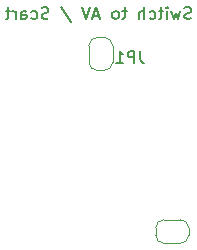
<source format=gbo>
G04 #@! TF.GenerationSoftware,KiCad,Pcbnew,5.1.10*
G04 #@! TF.CreationDate,2021-05-26T01:04:42+02:00*
G04 #@! TF.ProjectId,main,6d61696e-2e6b-4696-9361-645f70636258,rev?*
G04 #@! TF.SameCoordinates,Original*
G04 #@! TF.FileFunction,Legend,Bot*
G04 #@! TF.FilePolarity,Positive*
%FSLAX46Y46*%
G04 Gerber Fmt 4.6, Leading zero omitted, Abs format (unit mm)*
G04 Created by KiCad (PCBNEW 5.1.10) date 2021-05-26 01:04:42*
%MOMM*%
%LPD*%
G01*
G04 APERTURE LIST*
%ADD10C,0.120000*%
%ADD11C,0.150000*%
%ADD12C,1.422400*%
%ADD13R,1.422400X1.422400*%
%ADD14O,1.700000X1.700000*%
%ADD15R,1.700000X1.700000*%
%ADD16C,1.700000*%
%ADD17C,3.200000*%
%ADD18C,5.000000*%
%ADD19R,1.600000X1.600000*%
%ADD20C,1.600000*%
%ADD21C,3.800000*%
%ADD22C,2.100000*%
%ADD23O,1.600000X1.600000*%
%ADD24C,2.200000*%
%ADD25O,3.000000X4.000000*%
%ADD26C,3.100000*%
%ADD27C,2.500000*%
%ADD28O,1.400000X2.200000*%
%ADD29O,2.200000X1.400000*%
%ADD30C,0.100000*%
%ADD31C,2.400000*%
%ADD32C,1.200000*%
%ADD33R,1.520000X1.520000*%
%ADD34C,1.520000*%
%ADD35C,1.800000*%
%ADD36O,1.400000X1.400000*%
%ADD37C,1.400000*%
%ADD38O,1.800000X1.800000*%
%ADD39R,1.800000X1.800000*%
%ADD40C,1.442000*%
%ADD41R,2.000000X1.460000*%
%ADD42R,1.300000X2.600000*%
%ADD43O,4.800600X3.000000*%
%ADD44O,3.000000X4.800600*%
%ADD45C,3.400000*%
G04 APERTURE END LIST*
D10*
X105280000Y-50500000D02*
X105280000Y-51100000D01*
X107380000Y-49800000D02*
X105980000Y-49800000D01*
X108080000Y-51100000D02*
X108080000Y-50500000D01*
X105980000Y-51800000D02*
X107380000Y-51800000D01*
X107380000Y-51800000D02*
G75*
G03*
X108080000Y-51100000I0J700000D01*
G01*
X108080000Y-50500000D02*
G75*
G03*
X107380000Y-49800000I-700000J0D01*
G01*
X105980000Y-49800000D02*
G75*
G03*
X105280000Y-50500000I0J-700000D01*
G01*
X105280000Y-51100000D02*
G75*
G03*
X105980000Y-51800000I700000J0D01*
G01*
X100334800Y-37163200D02*
X100934800Y-37163200D01*
X99634800Y-35063200D02*
X99634800Y-36463200D01*
X100934800Y-34363200D02*
X100334800Y-34363200D01*
X101634800Y-36463200D02*
X101634800Y-35063200D01*
X101634800Y-35063200D02*
G75*
G03*
X100934800Y-34363200I-700000J0D01*
G01*
X100334800Y-34363200D02*
G75*
G03*
X99634800Y-35063200I0J-700000D01*
G01*
X99634800Y-36463200D02*
G75*
G03*
X100334800Y-37163200I700000J0D01*
G01*
X100934800Y-37163200D02*
G75*
G03*
X101634800Y-36463200I0J700000D01*
G01*
D11*
X103957333Y-35520380D02*
X103957333Y-36234666D01*
X104004952Y-36377523D01*
X104100190Y-36472761D01*
X104243047Y-36520380D01*
X104338285Y-36520380D01*
X103481142Y-36520380D02*
X103481142Y-35520380D01*
X103100190Y-35520380D01*
X103004952Y-35568000D01*
X102957333Y-35615619D01*
X102909714Y-35710857D01*
X102909714Y-35853714D01*
X102957333Y-35948952D01*
X103004952Y-35996571D01*
X103100190Y-36044190D01*
X103481142Y-36044190D01*
X101957333Y-36520380D02*
X102528761Y-36520380D01*
X102243047Y-36520380D02*
X102243047Y-35520380D01*
X102338285Y-35663238D01*
X102433523Y-35758476D01*
X102528761Y-35806095D01*
X108291923Y-32764361D02*
X108149066Y-32811980D01*
X107910971Y-32811980D01*
X107815733Y-32764361D01*
X107768114Y-32716742D01*
X107720495Y-32621504D01*
X107720495Y-32526266D01*
X107768114Y-32431028D01*
X107815733Y-32383409D01*
X107910971Y-32335790D01*
X108101447Y-32288171D01*
X108196685Y-32240552D01*
X108244304Y-32192933D01*
X108291923Y-32097695D01*
X108291923Y-32002457D01*
X108244304Y-31907219D01*
X108196685Y-31859600D01*
X108101447Y-31811980D01*
X107863352Y-31811980D01*
X107720495Y-31859600D01*
X107387161Y-32145314D02*
X107196685Y-32811980D01*
X107006209Y-32335790D01*
X106815733Y-32811980D01*
X106625257Y-32145314D01*
X106244304Y-32811980D02*
X106244304Y-32145314D01*
X106244304Y-31811980D02*
X106291923Y-31859600D01*
X106244304Y-31907219D01*
X106196685Y-31859600D01*
X106244304Y-31811980D01*
X106244304Y-31907219D01*
X105910971Y-32145314D02*
X105530019Y-32145314D01*
X105768114Y-31811980D02*
X105768114Y-32669123D01*
X105720495Y-32764361D01*
X105625257Y-32811980D01*
X105530019Y-32811980D01*
X104768114Y-32764361D02*
X104863352Y-32811980D01*
X105053828Y-32811980D01*
X105149066Y-32764361D01*
X105196685Y-32716742D01*
X105244304Y-32621504D01*
X105244304Y-32335790D01*
X105196685Y-32240552D01*
X105149066Y-32192933D01*
X105053828Y-32145314D01*
X104863352Y-32145314D01*
X104768114Y-32192933D01*
X104339542Y-32811980D02*
X104339542Y-31811980D01*
X103910971Y-32811980D02*
X103910971Y-32288171D01*
X103958590Y-32192933D01*
X104053828Y-32145314D01*
X104196685Y-32145314D01*
X104291923Y-32192933D01*
X104339542Y-32240552D01*
X102815733Y-32145314D02*
X102434780Y-32145314D01*
X102672876Y-31811980D02*
X102672876Y-32669123D01*
X102625257Y-32764361D01*
X102530019Y-32811980D01*
X102434780Y-32811980D01*
X101958590Y-32811980D02*
X102053828Y-32764361D01*
X102101447Y-32716742D01*
X102149066Y-32621504D01*
X102149066Y-32335790D01*
X102101447Y-32240552D01*
X102053828Y-32192933D01*
X101958590Y-32145314D01*
X101815733Y-32145314D01*
X101720495Y-32192933D01*
X101672876Y-32240552D01*
X101625257Y-32335790D01*
X101625257Y-32621504D01*
X101672876Y-32716742D01*
X101720495Y-32764361D01*
X101815733Y-32811980D01*
X101958590Y-32811980D01*
X100482400Y-32526266D02*
X100006209Y-32526266D01*
X100577638Y-32811980D02*
X100244304Y-31811980D01*
X99910971Y-32811980D01*
X99720495Y-31811980D02*
X99387161Y-32811980D01*
X99053828Y-31811980D01*
X97244304Y-31764361D02*
X98101447Y-33050076D01*
X96196685Y-32764361D02*
X96053828Y-32811980D01*
X95815733Y-32811980D01*
X95720495Y-32764361D01*
X95672876Y-32716742D01*
X95625257Y-32621504D01*
X95625257Y-32526266D01*
X95672876Y-32431028D01*
X95720495Y-32383409D01*
X95815733Y-32335790D01*
X96006209Y-32288171D01*
X96101447Y-32240552D01*
X96149066Y-32192933D01*
X96196685Y-32097695D01*
X96196685Y-32002457D01*
X96149066Y-31907219D01*
X96101447Y-31859600D01*
X96006209Y-31811980D01*
X95768114Y-31811980D01*
X95625257Y-31859600D01*
X94768114Y-32764361D02*
X94863352Y-32811980D01*
X95053828Y-32811980D01*
X95149066Y-32764361D01*
X95196685Y-32716742D01*
X95244304Y-32621504D01*
X95244304Y-32335790D01*
X95196685Y-32240552D01*
X95149066Y-32192933D01*
X95053828Y-32145314D01*
X94863352Y-32145314D01*
X94768114Y-32192933D01*
X93910971Y-32811980D02*
X93910971Y-32288171D01*
X93958590Y-32192933D01*
X94053828Y-32145314D01*
X94244304Y-32145314D01*
X94339542Y-32192933D01*
X93910971Y-32764361D02*
X94006209Y-32811980D01*
X94244304Y-32811980D01*
X94339542Y-32764361D01*
X94387161Y-32669123D01*
X94387161Y-32573885D01*
X94339542Y-32478647D01*
X94244304Y-32431028D01*
X94006209Y-32431028D01*
X93910971Y-32383409D01*
X93434780Y-32811980D02*
X93434780Y-32145314D01*
X93434780Y-32335790D02*
X93387161Y-32240552D01*
X93339542Y-32192933D01*
X93244304Y-32145314D01*
X93149066Y-32145314D01*
X92958590Y-32145314D02*
X92577638Y-32145314D01*
X92815733Y-31811980D02*
X92815733Y-32669123D01*
X92768114Y-32764361D01*
X92672876Y-32811980D01*
X92577638Y-32811980D01*
%LPC*%
D12*
X170180000Y-124460000D03*
X154940000Y-116840000D03*
X167640000Y-124460000D03*
X157480000Y-116840000D03*
X165100000Y-124460000D03*
X160020000Y-116840000D03*
X162560000Y-124460000D03*
X162560000Y-116840000D03*
X160020000Y-124460000D03*
X165100000Y-116840000D03*
X157480000Y-124460000D03*
X167640000Y-116840000D03*
X154940000Y-124460000D03*
D13*
X170180000Y-116840000D03*
D14*
X78740000Y-153670000D03*
X78740000Y-151130000D03*
X81280000Y-153670000D03*
X81280000Y-151130000D03*
X83820000Y-153670000D03*
D15*
X83820000Y-151130000D03*
D16*
X179070000Y-48260000D03*
X194310000Y-53340000D03*
X142240000Y-96520000D03*
X171450000Y-46990000D03*
X184150000Y-48260000D03*
X106680000Y-57150000D03*
X35560000Y-52070000D03*
X38100000Y-107950000D03*
X38100000Y-132080000D03*
D17*
X21000000Y-20000000D03*
D12*
X137160000Y-40640000D03*
X165100000Y-55880000D03*
X139700000Y-40640000D03*
X162560000Y-55880000D03*
X142240000Y-40640000D03*
X160020000Y-55880000D03*
X144780000Y-40640000D03*
X157480000Y-55880000D03*
X147320000Y-40640000D03*
X154940000Y-55880000D03*
X149860000Y-40640000D03*
X152400000Y-55880000D03*
X152400000Y-40640000D03*
X149860000Y-55880000D03*
X154940000Y-40640000D03*
X147320000Y-55880000D03*
X157480000Y-40640000D03*
X144780000Y-55880000D03*
X160020000Y-40640000D03*
X142240000Y-55880000D03*
X162560000Y-40640000D03*
X139700000Y-55880000D03*
X165100000Y-40640000D03*
D13*
X137160000Y-55880000D03*
D12*
X114300000Y-83820000D03*
X114300000Y-81280000D03*
X111760000Y-81280000D03*
X111760000Y-83820000D03*
X109220000Y-81280000D03*
X109220000Y-83820000D03*
X106680000Y-81280000D03*
X106680000Y-83820000D03*
X104140000Y-81280000D03*
X104140000Y-83820000D03*
X101600000Y-81280000D03*
X99060000Y-83820000D03*
X101600000Y-83820000D03*
X99060000Y-86360000D03*
X101600000Y-86360000D03*
X99060000Y-88900000D03*
X101600000Y-88900000D03*
X99060000Y-91440000D03*
X101600000Y-91440000D03*
X99060000Y-93980000D03*
X101600000Y-93980000D03*
X99060000Y-96520000D03*
X101600000Y-96520000D03*
X99060000Y-99060000D03*
X101600000Y-99060000D03*
X99060000Y-101600000D03*
X101600000Y-101600000D03*
X99060000Y-109220000D03*
X99060000Y-104140000D03*
X101600000Y-104140000D03*
X99060000Y-106680000D03*
X101600000Y-106680000D03*
X101600000Y-111760000D03*
X101600000Y-109220000D03*
X104140000Y-111760000D03*
X104140000Y-109220000D03*
X106680000Y-111760000D03*
X106680000Y-109220000D03*
X109220000Y-111760000D03*
X109220000Y-109220000D03*
X111760000Y-111760000D03*
X111760000Y-109220000D03*
X114300000Y-111760000D03*
X114300000Y-109220000D03*
X116840000Y-111760000D03*
X116840000Y-109220000D03*
X119380000Y-111760000D03*
X119380000Y-109220000D03*
X121920000Y-111760000D03*
X121920000Y-109220000D03*
X124460000Y-111760000D03*
X124460000Y-109220000D03*
X127000000Y-111760000D03*
X129540000Y-109220000D03*
X127000000Y-109220000D03*
X129540000Y-106680000D03*
X127000000Y-106680000D03*
X129540000Y-104140000D03*
X127000000Y-104140000D03*
X129540000Y-101600000D03*
X127000000Y-101600000D03*
X129540000Y-99060000D03*
X127000000Y-99060000D03*
X129540000Y-96520000D03*
X127000000Y-96520000D03*
X129540000Y-93980000D03*
X127000000Y-93980000D03*
X129540000Y-91440000D03*
X127000000Y-91440000D03*
X129540000Y-88900000D03*
X127000000Y-88900000D03*
X129540000Y-86360000D03*
X127000000Y-86360000D03*
X129540000Y-83820000D03*
X127000000Y-81280000D03*
X127000000Y-83820000D03*
X124460000Y-81280000D03*
X124460000Y-83820000D03*
X121920000Y-81280000D03*
X121920000Y-83820000D03*
X119380000Y-81280000D03*
X119380000Y-83820000D03*
X116840000Y-81280000D03*
X116840000Y-83820000D03*
D18*
X109220000Y-101600000D03*
X119380000Y-101600000D03*
X119380000Y-91440000D03*
X109220000Y-91440000D03*
D19*
X132080000Y-63500000D03*
D20*
X116840000Y-71120000D03*
X129540000Y-63500000D03*
X119380000Y-71120000D03*
X127000000Y-63500000D03*
X121920000Y-71120000D03*
X124460000Y-63500000D03*
X124460000Y-71120000D03*
X121920000Y-63500000D03*
X127000000Y-71120000D03*
X119380000Y-63500000D03*
X129540000Y-71120000D03*
X116840000Y-63500000D03*
X132080000Y-71120000D03*
D12*
X96520000Y-74930000D03*
X76200000Y-67310000D03*
X93980000Y-74930000D03*
X78740000Y-67310000D03*
X91440000Y-74930000D03*
X81280000Y-67310000D03*
X88900000Y-74930000D03*
X83820000Y-67310000D03*
X86360000Y-74930000D03*
X86360000Y-67310000D03*
X83820000Y-74930000D03*
X88900000Y-67310000D03*
X81280000Y-74930000D03*
X91440000Y-67310000D03*
X78740000Y-74930000D03*
X93980000Y-67310000D03*
X76200000Y-74930000D03*
D13*
X96520000Y-67310000D03*
D17*
X110439200Y-69240400D03*
X205000000Y-158000000D03*
D20*
X26180000Y-77000000D03*
X26180000Y-74460000D03*
X26180000Y-71920000D03*
X26180000Y-69380000D03*
X26180000Y-66840000D03*
X26180000Y-64300000D03*
X26180000Y-61760000D03*
X26180000Y-59220000D03*
X26180000Y-56680000D03*
X26180000Y-54140000D03*
X26180000Y-51600000D03*
X26180000Y-49060000D03*
X26180000Y-46520000D03*
X26180000Y-43980000D03*
X26180000Y-41440000D03*
X26180000Y-38900000D03*
X23640000Y-77000000D03*
X23640000Y-74460000D03*
X23640000Y-71920000D03*
X23640000Y-69380000D03*
X23640000Y-66840000D03*
X23640000Y-64300000D03*
X23640000Y-61760000D03*
X23640000Y-59220000D03*
X23640000Y-56680000D03*
X23640000Y-54140000D03*
X23640000Y-51600000D03*
X23640000Y-49060000D03*
X23640000Y-46520000D03*
X23640000Y-43980000D03*
X23640000Y-41440000D03*
X23640000Y-38900000D03*
X21100000Y-77000000D03*
X21100000Y-74460000D03*
X21100000Y-71920000D03*
X21100000Y-69380000D03*
X21100000Y-66840000D03*
X21100000Y-64300000D03*
X21100000Y-61760000D03*
X21100000Y-59220000D03*
X21100000Y-56680000D03*
X21100000Y-54140000D03*
X21100000Y-51600000D03*
X21100000Y-49060000D03*
X21100000Y-46520000D03*
X21100000Y-43980000D03*
X21100000Y-41440000D03*
D21*
X18560000Y-82080000D03*
X18560000Y-33820000D03*
D20*
X21100000Y-38900000D03*
D22*
X214630000Y-42680000D03*
X214630000Y-45180000D03*
X214630000Y-47680000D03*
X224630000Y-45180000D03*
D12*
X68580000Y-160020000D03*
X48260000Y-152400000D03*
X66040000Y-160020000D03*
X50800000Y-152400000D03*
X63500000Y-160020000D03*
X53340000Y-152400000D03*
X60960000Y-160020000D03*
X55880000Y-152400000D03*
X58420000Y-160020000D03*
X58420000Y-152400000D03*
X55880000Y-160020000D03*
X60960000Y-152400000D03*
X53340000Y-160020000D03*
X63500000Y-152400000D03*
X50800000Y-160020000D03*
X66040000Y-152400000D03*
X48260000Y-160020000D03*
D13*
X68580000Y-152400000D03*
D19*
X39370000Y-144145000D03*
D23*
X39370000Y-136525000D03*
D12*
X40640000Y-86360000D03*
X88900000Y-101600000D03*
X43180000Y-86360000D03*
X86360000Y-101600000D03*
X45720000Y-86360000D03*
X83820000Y-101600000D03*
X48260000Y-86360000D03*
X81280000Y-101600000D03*
X50800000Y-86360000D03*
X78740000Y-101600000D03*
X53340000Y-86360000D03*
X76200000Y-101600000D03*
X55880000Y-86360000D03*
X73660000Y-101600000D03*
X58420000Y-86360000D03*
X71120000Y-101600000D03*
X60960000Y-86360000D03*
X68580000Y-101600000D03*
X63500000Y-86360000D03*
X66040000Y-101600000D03*
X66040000Y-86360000D03*
X63500000Y-101600000D03*
X68580000Y-86360000D03*
X60960000Y-101600000D03*
X71120000Y-86360000D03*
X58420000Y-101600000D03*
X73660000Y-86360000D03*
X55880000Y-101600000D03*
X76200000Y-86360000D03*
X53340000Y-101600000D03*
X78740000Y-86360000D03*
X50800000Y-101600000D03*
X81280000Y-86360000D03*
X48260000Y-101600000D03*
X83820000Y-86360000D03*
X45720000Y-101600000D03*
X86360000Y-86360000D03*
X43180000Y-101600000D03*
X88900000Y-86360000D03*
D13*
X40640000Y-101600000D03*
D17*
X221000000Y-20000000D03*
X36830000Y-158115000D03*
D24*
X97950000Y-30298640D03*
X99855000Y-25218640D03*
X101760000Y-30298640D03*
X103665000Y-25218640D03*
X105570000Y-30298640D03*
X107475000Y-25218640D03*
X109380000Y-30298640D03*
X111285000Y-25218640D03*
X113190000Y-30298640D03*
X115095000Y-25218640D03*
X117000000Y-30298640D03*
X118905000Y-25218640D03*
X120810000Y-30298640D03*
X122715000Y-25218640D03*
X124620000Y-30298640D03*
X126525000Y-25218640D03*
X128430000Y-30298640D03*
X130335000Y-25218640D03*
X132240000Y-30298640D03*
X134145000Y-25218640D03*
X136050000Y-30298640D03*
D25*
X90500180Y-23219660D03*
X143499820Y-23219660D03*
D20*
X132080000Y-76200000D03*
X127000000Y-76200000D03*
X38100000Y-101600000D03*
X38100000Y-96520000D03*
X43180000Y-116840000D03*
X43180000Y-111760000D03*
X43180000Y-132080000D03*
X43180000Y-137160000D03*
X93345000Y-119380000D03*
X93345000Y-124460000D03*
X23495000Y-30480000D03*
X23495000Y-25400000D03*
X29210000Y-33020000D03*
X34290000Y-33020000D03*
D19*
X19050000Y-26035000D03*
D20*
X19050000Y-28575000D03*
X114300000Y-76200000D03*
X119380000Y-76200000D03*
X134620000Y-86360000D03*
X134620000Y-81280000D03*
X134620000Y-96520000D03*
X134620000Y-101600000D03*
X114300000Y-116840000D03*
X119380000Y-116840000D03*
X127000000Y-116840000D03*
X121920000Y-116840000D03*
X109220000Y-116840000D03*
X104140000Y-116840000D03*
X93980000Y-101600000D03*
X93980000Y-106680000D03*
X109220000Y-76200000D03*
X104140000Y-76200000D03*
X83820000Y-24130000D03*
X83820000Y-21590000D03*
X83820000Y-29210000D03*
X83820000Y-26670000D03*
X99060000Y-69850000D03*
X99060000Y-74930000D03*
X99060000Y-64770000D03*
X99060000Y-59690000D03*
X99060000Y-49530000D03*
X99060000Y-54610000D03*
X99060000Y-44450000D03*
X99060000Y-39370000D03*
X49530000Y-52070000D03*
D19*
X49530000Y-54610000D03*
X102870000Y-48260000D03*
D20*
X102870000Y-45720000D03*
X102870000Y-66040000D03*
D19*
X102870000Y-68580000D03*
D20*
X40640000Y-17780000D03*
D19*
X40640000Y-20320000D03*
D20*
X51435000Y-20320000D03*
X51435000Y-25400000D03*
X81280000Y-77470000D03*
X76200000Y-77470000D03*
D19*
X46990000Y-26670000D03*
D20*
X46990000Y-24130000D03*
X193820000Y-104160000D03*
X193820000Y-109240000D03*
X193820000Y-68600000D03*
X193820000Y-73680000D03*
X193040000Y-96520000D03*
X193040000Y-91440000D03*
X183794400Y-38354000D03*
X183794400Y-43434000D03*
X191770000Y-49530000D03*
X196850000Y-49530000D03*
D19*
X87630000Y-124460000D03*
D20*
X90170000Y-124460000D03*
X191770000Y-46990000D03*
X196850000Y-46990000D03*
X146480000Y-33020000D03*
X151560000Y-33020000D03*
X154100000Y-33020000D03*
X159180000Y-33020000D03*
X164260000Y-33020000D03*
X169340000Y-33020000D03*
X171880000Y-33020000D03*
X176960000Y-33020000D03*
D12*
X152400000Y-116840000D03*
X152400000Y-121920000D03*
D20*
X170180000Y-60960000D03*
X165100000Y-60960000D03*
X142240000Y-58420000D03*
X137160000Y-58420000D03*
D12*
X127000000Y-53340000D03*
X132080000Y-53340000D03*
D20*
X121920000Y-54610000D03*
D19*
X119380000Y-54610000D03*
D20*
X104140000Y-34290000D03*
X104140000Y-39370000D03*
X109220000Y-39370000D03*
X109220000Y-34290000D03*
X205740000Y-40640000D03*
X200660000Y-40640000D03*
D19*
X203200000Y-33020000D03*
D20*
X205740000Y-33020000D03*
X222000000Y-122040000D03*
D19*
X222000000Y-119500000D03*
X222000000Y-84460000D03*
D20*
X222000000Y-87000000D03*
D23*
X36830000Y-136525000D03*
D19*
X36830000Y-144145000D03*
D24*
X220532200Y-115816848D03*
X220532200Y-91620808D03*
X220532200Y-56620808D03*
X220532200Y-80816848D03*
D16*
X152700000Y-23800000D03*
X155300000Y-23800000D03*
X150600000Y-26300000D03*
X157400000Y-26300000D03*
X150600000Y-23800000D03*
X157400000Y-23800000D03*
D26*
X160750000Y-20800000D03*
X154000000Y-20000000D03*
X147250000Y-20800000D03*
X165250000Y-20800000D03*
X172000000Y-20000000D03*
X178750000Y-20800000D03*
D16*
X175400000Y-23800000D03*
X168600000Y-23800000D03*
X175400000Y-26300000D03*
X168600000Y-26300000D03*
X173300000Y-23800000D03*
X170700000Y-23800000D03*
D27*
X30000000Y-158500000D03*
X30000000Y-154500000D03*
X30000000Y-150500000D03*
X30000000Y-144000000D03*
X30000000Y-140000000D03*
X30000000Y-136000000D03*
X30000000Y-132000000D03*
X212000000Y-159000000D03*
X212000000Y-155000000D03*
X212000000Y-151000000D03*
X212000000Y-147000000D03*
X212000000Y-140500000D03*
X212000000Y-136500000D03*
X212000000Y-132500000D03*
D28*
X222500000Y-30500000D03*
D29*
X217500000Y-33000000D03*
X217500000Y-35500000D03*
X217500000Y-28000000D03*
X217500000Y-25500000D03*
D30*
G36*
X107330000Y-50050602D02*
G01*
X107354534Y-50050602D01*
X107403365Y-50055412D01*
X107451490Y-50064984D01*
X107498445Y-50079228D01*
X107543778Y-50098005D01*
X107587051Y-50121136D01*
X107627850Y-50148396D01*
X107665779Y-50179524D01*
X107700476Y-50214221D01*
X107731604Y-50252150D01*
X107758864Y-50292949D01*
X107781995Y-50336222D01*
X107800772Y-50381555D01*
X107815016Y-50428510D01*
X107824588Y-50476635D01*
X107829398Y-50525466D01*
X107829398Y-50550000D01*
X107830000Y-50550000D01*
X107830000Y-51050000D01*
X107829398Y-51050000D01*
X107829398Y-51074534D01*
X107824588Y-51123365D01*
X107815016Y-51171490D01*
X107800772Y-51218445D01*
X107781995Y-51263778D01*
X107758864Y-51307051D01*
X107731604Y-51347850D01*
X107700476Y-51385779D01*
X107665779Y-51420476D01*
X107627850Y-51451604D01*
X107587051Y-51478864D01*
X107543778Y-51501995D01*
X107498445Y-51520772D01*
X107451490Y-51535016D01*
X107403365Y-51544588D01*
X107354534Y-51549398D01*
X107330000Y-51549398D01*
X107330000Y-51550000D01*
X106830000Y-51550000D01*
X106830000Y-50050000D01*
X107330000Y-50050000D01*
X107330000Y-50050602D01*
G37*
G36*
X106530000Y-51550000D02*
G01*
X106030000Y-51550000D01*
X106030000Y-51549398D01*
X106005466Y-51549398D01*
X105956635Y-51544588D01*
X105908510Y-51535016D01*
X105861555Y-51520772D01*
X105816222Y-51501995D01*
X105772949Y-51478864D01*
X105732150Y-51451604D01*
X105694221Y-51420476D01*
X105659524Y-51385779D01*
X105628396Y-51347850D01*
X105601136Y-51307051D01*
X105578005Y-51263778D01*
X105559228Y-51218445D01*
X105544984Y-51171490D01*
X105535412Y-51123365D01*
X105530602Y-51074534D01*
X105530602Y-51050000D01*
X105530000Y-51050000D01*
X105530000Y-50550000D01*
X105530602Y-50550000D01*
X105530602Y-50525466D01*
X105535412Y-50476635D01*
X105544984Y-50428510D01*
X105559228Y-50381555D01*
X105578005Y-50336222D01*
X105601136Y-50292949D01*
X105628396Y-50252150D01*
X105659524Y-50214221D01*
X105694221Y-50179524D01*
X105732150Y-50148396D01*
X105772949Y-50121136D01*
X105816222Y-50098005D01*
X105861555Y-50079228D01*
X105908510Y-50064984D01*
X105956635Y-50055412D01*
X106005466Y-50050602D01*
X106030000Y-50050602D01*
X106030000Y-50050000D01*
X106530000Y-50050000D01*
X106530000Y-51550000D01*
G37*
D20*
X81280000Y-19050000D03*
X81280000Y-29210000D03*
X207790000Y-121940000D03*
X217950000Y-121940000D03*
X205656400Y-83865400D03*
X215816400Y-83865400D03*
X195580000Y-33655000D03*
X185420000Y-33655000D03*
X198120000Y-43815000D03*
X198120000Y-33655000D03*
X200660000Y-38100000D03*
X210820000Y-38100000D03*
X211523800Y-86837200D03*
X208983800Y-86837200D03*
X206443800Y-86837200D03*
X203903800Y-86837200D03*
X201363800Y-86837200D03*
D19*
X198823800Y-86837200D03*
D20*
X29055060Y-16550640D03*
D31*
X27305000Y-19050000D03*
X35306000Y-19050000D03*
D20*
X33555940Y-16550640D03*
X26670000Y-22860000D03*
X34290000Y-30480000D03*
X29210000Y-22860000D03*
X31750000Y-30480000D03*
X31750000Y-22860000D03*
X29210000Y-30480000D03*
X34290000Y-22860000D03*
D19*
X26670000Y-30480000D03*
D12*
X96520000Y-119380000D03*
X111760000Y-127000000D03*
X99060000Y-119380000D03*
X109220000Y-127000000D03*
X101600000Y-119380000D03*
X106680000Y-127000000D03*
X104140000Y-119380000D03*
X104140000Y-127000000D03*
X106680000Y-119380000D03*
X101600000Y-127000000D03*
X109220000Y-119380000D03*
X99060000Y-127000000D03*
X111760000Y-119380000D03*
D13*
X96520000Y-127000000D03*
X83820000Y-111760000D03*
D12*
X55880000Y-127000000D03*
X81280000Y-111760000D03*
X58420000Y-127000000D03*
X78740000Y-111760000D03*
X60960000Y-127000000D03*
X76200000Y-111760000D03*
X63500000Y-127000000D03*
X73660000Y-111760000D03*
X66040000Y-127000000D03*
X71120000Y-111760000D03*
X68580000Y-127000000D03*
X68580000Y-111760000D03*
X71120000Y-127000000D03*
X66040000Y-111760000D03*
X73660000Y-127000000D03*
X63500000Y-111760000D03*
X76200000Y-127000000D03*
X60960000Y-111760000D03*
X78740000Y-127000000D03*
X58420000Y-111760000D03*
X81280000Y-127000000D03*
X55880000Y-111760000D03*
X83820000Y-127000000D03*
X53340000Y-111760000D03*
X50800000Y-111760000D03*
X48260000Y-111760000D03*
X45720000Y-111760000D03*
X45720000Y-127000000D03*
X48260000Y-127000000D03*
X50800000Y-127000000D03*
X53340000Y-127000000D03*
D13*
X96520000Y-46990000D03*
D12*
X76200000Y-54610000D03*
X93980000Y-46990000D03*
X78740000Y-54610000D03*
X91440000Y-46990000D03*
X81280000Y-54610000D03*
X88900000Y-46990000D03*
X83820000Y-54610000D03*
X86360000Y-46990000D03*
X86360000Y-54610000D03*
X83820000Y-46990000D03*
X88900000Y-54610000D03*
X81280000Y-46990000D03*
X91440000Y-54610000D03*
X78740000Y-46990000D03*
X93980000Y-54610000D03*
X76200000Y-46990000D03*
X96520000Y-54610000D03*
X96520000Y-64770000D03*
X76200000Y-57150000D03*
X93980000Y-64770000D03*
X78740000Y-57150000D03*
X91440000Y-64770000D03*
X81280000Y-57150000D03*
X88900000Y-64770000D03*
X83820000Y-57150000D03*
X86360000Y-64770000D03*
X86360000Y-57150000D03*
X83820000Y-64770000D03*
X88900000Y-57150000D03*
X81280000Y-64770000D03*
X91440000Y-57150000D03*
X78740000Y-64770000D03*
X93980000Y-57150000D03*
X76200000Y-64770000D03*
D13*
X96520000Y-57150000D03*
X96520000Y-36830000D03*
D12*
X76200000Y-44450000D03*
X93980000Y-36830000D03*
X78740000Y-44450000D03*
X91440000Y-36830000D03*
X81280000Y-44450000D03*
X88900000Y-36830000D03*
X83820000Y-44450000D03*
X86360000Y-36830000D03*
X86360000Y-44450000D03*
X83820000Y-36830000D03*
X88900000Y-44450000D03*
X81280000Y-36830000D03*
X91440000Y-44450000D03*
X78740000Y-36830000D03*
X93980000Y-44450000D03*
X76200000Y-36830000D03*
X96520000Y-44450000D03*
D32*
X53975000Y-19431000D03*
X53975000Y-21209000D03*
X53975000Y-22987000D03*
X53975000Y-24765000D03*
X53975000Y-26543000D03*
X53975000Y-28321000D03*
X53975000Y-30099000D03*
X53975000Y-31877000D03*
X53975000Y-33655000D03*
X53975000Y-35433000D03*
X53975000Y-37211000D03*
X53975000Y-38989000D03*
X53975000Y-40767000D03*
X53975000Y-42545000D03*
X53975000Y-44323000D03*
X53975000Y-46101000D03*
X53975000Y-47879000D03*
X53975000Y-49657000D03*
X53975000Y-51435000D03*
X53975000Y-53213000D03*
X53975000Y-54991000D03*
X53975000Y-56769000D03*
X53975000Y-58547000D03*
X53975000Y-60325000D03*
X53975000Y-62103000D03*
X53975000Y-63881000D03*
X53975000Y-65659000D03*
X53975000Y-67437000D03*
X53975000Y-69215000D03*
X53975000Y-70993000D03*
X53975000Y-72771000D03*
X53975000Y-74549000D03*
X73025000Y-19431000D03*
X73025000Y-21209000D03*
X73025000Y-22987000D03*
X73025000Y-24765000D03*
X73025000Y-26543000D03*
X73025000Y-28321000D03*
X73025000Y-30099000D03*
X73025000Y-31877000D03*
X73025000Y-33655000D03*
X73025000Y-35433000D03*
X73025000Y-37211000D03*
X73025000Y-38989000D03*
X73025000Y-40767000D03*
X73025000Y-42545000D03*
X73025000Y-44323000D03*
X73025000Y-46101000D03*
X73025000Y-47879000D03*
X73025000Y-49657000D03*
X73025000Y-51435000D03*
X73025000Y-53213000D03*
X73025000Y-54991000D03*
X73025000Y-56769000D03*
X73025000Y-58547000D03*
X73025000Y-60325000D03*
X73025000Y-62103000D03*
X73025000Y-63881000D03*
X73025000Y-65659000D03*
X73025000Y-67437000D03*
X73025000Y-69215000D03*
X73025000Y-70993000D03*
X73025000Y-72771000D03*
X73025000Y-74549000D03*
D12*
X180340000Y-111760000D03*
X187960000Y-88900000D03*
X180340000Y-109220000D03*
X187960000Y-91440000D03*
X180340000Y-106680000D03*
X187960000Y-93980000D03*
X180340000Y-104140000D03*
X187960000Y-96520000D03*
X180340000Y-101600000D03*
X187960000Y-99060000D03*
X180340000Y-99060000D03*
X187960000Y-101600000D03*
X180340000Y-96520000D03*
X187960000Y-104140000D03*
X180340000Y-93980000D03*
X187960000Y-106680000D03*
X180340000Y-91440000D03*
X187960000Y-109220000D03*
X180340000Y-88900000D03*
D13*
X187960000Y-111760000D03*
D12*
X170180000Y-63500000D03*
X154940000Y-111760000D03*
X170180000Y-66040000D03*
X154940000Y-109220000D03*
X170180000Y-68580000D03*
X154940000Y-106680000D03*
X170180000Y-71120000D03*
X154940000Y-104140000D03*
X170180000Y-73660000D03*
X154940000Y-101600000D03*
X170180000Y-76200000D03*
X154940000Y-99060000D03*
X170180000Y-78740000D03*
X154940000Y-96520000D03*
X170180000Y-81280000D03*
X154940000Y-93980000D03*
X170180000Y-83820000D03*
X154940000Y-91440000D03*
X170180000Y-86360000D03*
X154940000Y-88900000D03*
X170180000Y-88900000D03*
X154940000Y-86360000D03*
X170180000Y-91440000D03*
X154940000Y-83820000D03*
X170180000Y-93980000D03*
X154940000Y-81280000D03*
X170180000Y-96520000D03*
X154940000Y-78740000D03*
X170180000Y-99060000D03*
X154940000Y-76200000D03*
X170180000Y-101600000D03*
X154940000Y-73660000D03*
X170180000Y-104140000D03*
X154940000Y-71120000D03*
X170180000Y-106680000D03*
X154940000Y-68580000D03*
X170180000Y-109220000D03*
X154940000Y-66040000D03*
X170180000Y-111760000D03*
D13*
X154940000Y-63500000D03*
D12*
X109220000Y-50800000D03*
X116840000Y-43180000D03*
X109220000Y-48260000D03*
X116840000Y-45720000D03*
X109220000Y-45720000D03*
X116840000Y-48260000D03*
X109220000Y-43180000D03*
X116840000Y-50800000D03*
X132080000Y-50800000D03*
X124460000Y-43180000D03*
X132080000Y-48260000D03*
X124460000Y-45720000D03*
X132080000Y-45720000D03*
X124460000Y-48260000D03*
X132080000Y-43180000D03*
X124460000Y-50800000D03*
D19*
X200660000Y-43180000D03*
D20*
X208280000Y-50800000D03*
X200660000Y-45720000D03*
X208280000Y-48260000D03*
X200660000Y-48260000D03*
X208280000Y-45720000D03*
X200660000Y-50800000D03*
X208280000Y-43180000D03*
X77470000Y-26670000D03*
X77470000Y-21590000D03*
D12*
X53340000Y-147320000D03*
X50800000Y-147320000D03*
X48260000Y-147320000D03*
X45720000Y-147320000D03*
X45720000Y-132080000D03*
X48260000Y-132080000D03*
X50800000Y-132080000D03*
X53340000Y-132080000D03*
X83820000Y-147320000D03*
X55880000Y-132080000D03*
X81280000Y-147320000D03*
X58420000Y-132080000D03*
X78740000Y-147320000D03*
X60960000Y-132080000D03*
X76200000Y-147320000D03*
X63500000Y-132080000D03*
X73660000Y-147320000D03*
X66040000Y-132080000D03*
X71120000Y-147320000D03*
X68580000Y-132080000D03*
X68580000Y-147320000D03*
X71120000Y-132080000D03*
X66040000Y-147320000D03*
X73660000Y-132080000D03*
X63500000Y-147320000D03*
X76200000Y-132080000D03*
X60960000Y-147320000D03*
X78740000Y-132080000D03*
X58420000Y-147320000D03*
X81280000Y-132080000D03*
X55880000Y-147320000D03*
D13*
X83820000Y-132080000D03*
D19*
X93980000Y-34290000D03*
D23*
X91440000Y-34290000D03*
X88900000Y-34290000D03*
X86360000Y-34290000D03*
X83820000Y-34290000D03*
X81280000Y-34290000D03*
X78740000Y-34290000D03*
X76200000Y-34290000D03*
D20*
X190500000Y-86360000D03*
X190500000Y-83820000D03*
X190500000Y-81280000D03*
X190500000Y-78740000D03*
X190500000Y-76200000D03*
X190500000Y-73660000D03*
X190500000Y-71120000D03*
X190500000Y-68580000D03*
X190500000Y-66040000D03*
D19*
X190500000Y-63500000D03*
X40640000Y-26670000D03*
D20*
X40640000Y-24130000D03*
X46990000Y-17780000D03*
D19*
X46990000Y-20320000D03*
D33*
X45720000Y-62230000D03*
D34*
X40640000Y-62230000D03*
X43180000Y-62230000D03*
X43180000Y-67470000D03*
X40640000Y-67470000D03*
D33*
X45720000Y-67470000D03*
D34*
X43180000Y-57150000D03*
X40640000Y-57150000D03*
D33*
X45720000Y-57150000D03*
X45720000Y-52070000D03*
D34*
X40640000Y-52070000D03*
X43180000Y-52070000D03*
D19*
X36830000Y-152400000D03*
D20*
X36830000Y-149860000D03*
X45720000Y-157480000D03*
X45720000Y-152400000D03*
X96520000Y-132080000D03*
X99060000Y-132080000D03*
X101600000Y-132080000D03*
X104140000Y-132080000D03*
X106680000Y-132080000D03*
X109220000Y-132080000D03*
X111760000Y-132080000D03*
X114300000Y-132080000D03*
X116840000Y-132080000D03*
D19*
X119380000Y-132080000D03*
D20*
X101600000Y-160020000D03*
X106680000Y-160020000D03*
X91440000Y-147320000D03*
X91440000Y-142240000D03*
X119380000Y-135890000D03*
X119380000Y-140970000D03*
X119380000Y-144780000D03*
X119380000Y-149860000D03*
D35*
X127000000Y-139700000D03*
X124460000Y-139700000D03*
X124460000Y-142240000D03*
X127000000Y-142240000D03*
X127000000Y-149860000D03*
X124460000Y-149860000D03*
X127000000Y-147320000D03*
X124460000Y-147320000D03*
X127000000Y-144780000D03*
X124460000Y-144780000D03*
D36*
X40640000Y-38260000D03*
D37*
X40640000Y-35720000D03*
X45720000Y-45880000D03*
D36*
X45720000Y-48420000D03*
X43180000Y-48420000D03*
D37*
X43180000Y-45880000D03*
X40640000Y-45880000D03*
D36*
X40640000Y-48420000D03*
X45720000Y-38260000D03*
D37*
X45720000Y-35720000D03*
D36*
X45720000Y-43340000D03*
D37*
X45720000Y-40800000D03*
X43180000Y-40800000D03*
D36*
X43180000Y-43340000D03*
X43180000Y-38260000D03*
D37*
X43180000Y-35720000D03*
X40640000Y-40800000D03*
D36*
X40640000Y-43340000D03*
X45720000Y-33180000D03*
D37*
X45720000Y-30640000D03*
X43180000Y-30640000D03*
D36*
X43180000Y-33180000D03*
X40640000Y-33180000D03*
D37*
X40640000Y-30640000D03*
D19*
X189230000Y-59690000D03*
D20*
X189230000Y-57150000D03*
X185420000Y-60960000D03*
X180340000Y-60960000D03*
D19*
X176530000Y-62230000D03*
D20*
X176530000Y-59690000D03*
D38*
X180340000Y-63500000D03*
X182880000Y-63500000D03*
D39*
X185420000Y-63500000D03*
D18*
X182880000Y-80160000D03*
D20*
X152400000Y-106680000D03*
X152400000Y-111760000D03*
X172720000Y-86360000D03*
X172720000Y-83820000D03*
D40*
X172720000Y-81280000D03*
X172720000Y-78740000D03*
D20*
X172720000Y-76200000D03*
X172720000Y-73660000D03*
X172720000Y-71120000D03*
X172720000Y-68580000D03*
X172720000Y-66040000D03*
D19*
X172720000Y-63500000D03*
D20*
X48260000Y-30480000D03*
X48260000Y-40640000D03*
D14*
X88900000Y-104775000D03*
X86360000Y-104775000D03*
X83820000Y-104775000D03*
X81280000Y-104775000D03*
X78740000Y-104775000D03*
X76200000Y-104775000D03*
X73660000Y-104775000D03*
X71120000Y-104775000D03*
X68580000Y-104775000D03*
X66040000Y-104775000D03*
X63500000Y-104775000D03*
X60960000Y-104775000D03*
X58420000Y-104775000D03*
X55880000Y-104775000D03*
X53340000Y-104775000D03*
X50800000Y-104775000D03*
X48260000Y-104775000D03*
X45720000Y-104775000D03*
X43180000Y-104775000D03*
D15*
X40640000Y-104775000D03*
X40640000Y-82550000D03*
D14*
X43180000Y-82550000D03*
X45720000Y-82550000D03*
X48260000Y-82550000D03*
X50800000Y-82550000D03*
X53340000Y-82550000D03*
X55880000Y-82550000D03*
X58420000Y-82550000D03*
X60960000Y-82550000D03*
X63500000Y-82550000D03*
X66040000Y-82550000D03*
X68580000Y-82550000D03*
X71120000Y-82550000D03*
X73660000Y-82550000D03*
X76200000Y-82550000D03*
X78740000Y-82550000D03*
X81280000Y-82550000D03*
X83820000Y-82550000D03*
X86360000Y-82550000D03*
X88900000Y-82550000D03*
D35*
X88900000Y-147320000D03*
X88900000Y-144780000D03*
X88900000Y-142240000D03*
X88900000Y-139700000D03*
X88900000Y-137160000D03*
X50800000Y-35560000D03*
X50800000Y-27940000D03*
X176530000Y-73660000D03*
X176530000Y-76200000D03*
X50800000Y-62230000D03*
X193040000Y-83820000D03*
X193040000Y-81280000D03*
X35560000Y-132080000D03*
D12*
X114300000Y-139700000D03*
X114300000Y-142240000D03*
X114300000Y-144780000D03*
X114300000Y-147320000D03*
X114300000Y-149860000D03*
X114300000Y-152400000D03*
X111760000Y-137160000D03*
X111760000Y-142240000D03*
X111760000Y-144780000D03*
X111760000Y-147320000D03*
X111760000Y-149860000D03*
X111760000Y-154940000D03*
X109220000Y-154940000D03*
X106680000Y-154940000D03*
X104140000Y-154940000D03*
X101600000Y-154940000D03*
X99060000Y-154940000D03*
X111760000Y-152400000D03*
X109220000Y-152400000D03*
X106680000Y-152400000D03*
X104140000Y-152400000D03*
X101600000Y-152400000D03*
X99060000Y-152400000D03*
X96520000Y-152400000D03*
X96520000Y-149860000D03*
X96520000Y-147320000D03*
X96520000Y-144780000D03*
X96520000Y-142240000D03*
X96520000Y-139700000D03*
X99060000Y-149860000D03*
X99060000Y-147320000D03*
X99060000Y-144780000D03*
X99060000Y-142240000D03*
X99060000Y-139700000D03*
X111760000Y-137160000D03*
X109220000Y-137160000D03*
X106680000Y-137160000D03*
X99060000Y-137160000D03*
X101600000Y-137160000D03*
X104140000Y-137160000D03*
X114300000Y-139700000D03*
X111760000Y-139700000D03*
X109220000Y-139700000D03*
X101600000Y-139700000D03*
X104140000Y-139700000D03*
X106680000Y-139700000D03*
D34*
X114300000Y-36830000D03*
X114300000Y-34290000D03*
D33*
X114300000Y-39370000D03*
D20*
X128270000Y-36830000D03*
X118110000Y-36830000D03*
X128270000Y-39370000D03*
X118110000Y-39370000D03*
X128270000Y-34290000D03*
X118110000Y-34290000D03*
D30*
G36*
X99885402Y-35113200D02*
G01*
X99885402Y-35088666D01*
X99890212Y-35039835D01*
X99899784Y-34991710D01*
X99914028Y-34944755D01*
X99932805Y-34899422D01*
X99955936Y-34856149D01*
X99983196Y-34815350D01*
X100014324Y-34777421D01*
X100049021Y-34742724D01*
X100086950Y-34711596D01*
X100127749Y-34684336D01*
X100171022Y-34661205D01*
X100216355Y-34642428D01*
X100263310Y-34628184D01*
X100311435Y-34618612D01*
X100360266Y-34613802D01*
X100384800Y-34613802D01*
X100384800Y-34613200D01*
X100884800Y-34613200D01*
X100884800Y-34613802D01*
X100909334Y-34613802D01*
X100958165Y-34618612D01*
X101006290Y-34628184D01*
X101053245Y-34642428D01*
X101098578Y-34661205D01*
X101141851Y-34684336D01*
X101182650Y-34711596D01*
X101220579Y-34742724D01*
X101255276Y-34777421D01*
X101286404Y-34815350D01*
X101313664Y-34856149D01*
X101336795Y-34899422D01*
X101355572Y-34944755D01*
X101369816Y-34991710D01*
X101379388Y-35039835D01*
X101384198Y-35088666D01*
X101384198Y-35113200D01*
X101384800Y-35113200D01*
X101384800Y-35613200D01*
X99884800Y-35613200D01*
X99884800Y-35113200D01*
X99885402Y-35113200D01*
G37*
G36*
X101384800Y-35913200D02*
G01*
X101384800Y-36413200D01*
X101384198Y-36413200D01*
X101384198Y-36437734D01*
X101379388Y-36486565D01*
X101369816Y-36534690D01*
X101355572Y-36581645D01*
X101336795Y-36626978D01*
X101313664Y-36670251D01*
X101286404Y-36711050D01*
X101255276Y-36748979D01*
X101220579Y-36783676D01*
X101182650Y-36814804D01*
X101141851Y-36842064D01*
X101098578Y-36865195D01*
X101053245Y-36883972D01*
X101006290Y-36898216D01*
X100958165Y-36907788D01*
X100909334Y-36912598D01*
X100884800Y-36912598D01*
X100884800Y-36913200D01*
X100384800Y-36913200D01*
X100384800Y-36912598D01*
X100360266Y-36912598D01*
X100311435Y-36907788D01*
X100263310Y-36898216D01*
X100216355Y-36883972D01*
X100171022Y-36865195D01*
X100127749Y-36842064D01*
X100086950Y-36814804D01*
X100049021Y-36783676D01*
X100014324Y-36748979D01*
X99983196Y-36711050D01*
X99955936Y-36670251D01*
X99932805Y-36626978D01*
X99914028Y-36581645D01*
X99899784Y-36534690D01*
X99890212Y-36486565D01*
X99885402Y-36437734D01*
X99885402Y-36413200D01*
X99884800Y-36413200D01*
X99884800Y-35913200D01*
X101384800Y-35913200D01*
G37*
D20*
X119380000Y-160020000D03*
X129540000Y-160020000D03*
X48260000Y-67470000D03*
X48260000Y-57310000D03*
D41*
X212719000Y-19661600D03*
X206919000Y-19661600D03*
D42*
X212544000Y-17111600D03*
X207094000Y-17111600D03*
D43*
X209854800Y-23317200D03*
X209854800Y-29413200D03*
D44*
X204774800Y-25603200D03*
D20*
X193540000Y-30400000D03*
X191000000Y-30400000D03*
X191000000Y-28401020D03*
X193540000Y-28401020D03*
D45*
X198269480Y-25701000D03*
X186270520Y-25701000D03*
D16*
X35560000Y-54610000D03*
D19*
X132080000Y-139700000D03*
D23*
X132080000Y-142240000D03*
X132080000Y-144780000D03*
X132080000Y-147320000D03*
X132080000Y-149860000D03*
G36*
G01*
X141390000Y-119980000D02*
X141390000Y-118780000D01*
G75*
G02*
X141640000Y-118530000I250000J0D01*
G01*
X142840000Y-118530000D01*
G75*
G02*
X143090000Y-118780000I0J-250000D01*
G01*
X143090000Y-119980000D01*
G75*
G02*
X142840000Y-120230000I-250000J0D01*
G01*
X141640000Y-120230000D01*
G75*
G02*
X141390000Y-119980000I0J250000D01*
G01*
G37*
D16*
X142240000Y-121920000D03*
X142240000Y-124460000D03*
X144780000Y-119380000D03*
X144780000Y-121920000D03*
X144780000Y-124460000D03*
M02*

</source>
